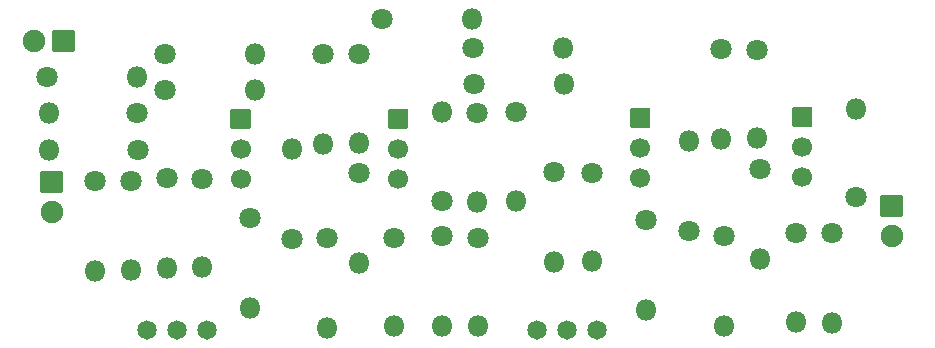
<source format=gbr>
%TF.GenerationSoftware,KiCad,Pcbnew,5.1.12*%
%TF.CreationDate,2021-12-29T22:32:17+01:00*%
%TF.ProjectId,Amplifier,416d706c-6966-4696-9572-2e6b69636164,rev?*%
%TF.SameCoordinates,Original*%
%TF.FileFunction,Soldermask,Bot*%
%TF.FilePolarity,Negative*%
%FSLAX46Y46*%
G04 Gerber Fmt 4.6, Leading zero omitted, Abs format (unit mm)*
G04 Created by KiCad (PCBNEW 5.1.12) date 2021-12-29 22:32:17*
%MOMM*%
%LPD*%
G01*
G04 APERTURE LIST*
%ADD10C,1.640000*%
%ADD11C,1.700000*%
%ADD12O,1.800000X1.800000*%
%ADD13C,1.800000*%
%ADD14O,1.900000X1.900000*%
G04 APERTURE END LIST*
D10*
%TO.C,R7*%
X117080000Y-75000000D03*
X114540000Y-75000000D03*
X112000000Y-75000000D03*
%TD*%
D11*
%TO.C,Q3*%
X153746200Y-59579000D03*
X153746200Y-62119000D03*
G36*
G01*
X152996200Y-56189000D02*
X154496200Y-56189000D01*
G75*
G02*
X154596200Y-56289000I0J-100000D01*
G01*
X154596200Y-57789000D01*
G75*
G02*
X154496200Y-57889000I-100000J0D01*
G01*
X152996200Y-57889000D01*
G75*
G02*
X152896200Y-57789000I0J100000D01*
G01*
X152896200Y-56289000D01*
G75*
G02*
X152996200Y-56189000I100000J0D01*
G01*
G37*
%TD*%
%TO.C,Q2*%
X133261100Y-59642500D03*
X133261100Y-62182500D03*
G36*
G01*
X132511100Y-56252500D02*
X134011100Y-56252500D01*
G75*
G02*
X134111100Y-56352500I0J-100000D01*
G01*
X134111100Y-57852500D01*
G75*
G02*
X134011100Y-57952500I-100000J0D01*
G01*
X132511100Y-57952500D01*
G75*
G02*
X132411100Y-57852500I0J100000D01*
G01*
X132411100Y-56352500D01*
G75*
G02*
X132511100Y-56252500I100000J0D01*
G01*
G37*
%TD*%
D12*
%TO.C,R16*%
X160591500Y-58817000D03*
D13*
X160591500Y-51197000D03*
%TD*%
%TO.C,R15*%
X157861000Y-66627500D03*
D12*
X157861000Y-59007500D03*
%TD*%
%TO.C,Q1*%
G36*
G01*
X119138000Y-56265200D02*
X120638000Y-56265200D01*
G75*
G02*
X120738000Y-56365200I0J-100000D01*
G01*
X120738000Y-57865200D01*
G75*
G02*
X120638000Y-57965200I-100000J0D01*
G01*
X119138000Y-57965200D01*
G75*
G02*
X119038000Y-57865200I0J100000D01*
G01*
X119038000Y-56365200D01*
G75*
G02*
X119138000Y-56265200I100000J0D01*
G01*
G37*
D11*
X119888000Y-62195200D03*
X119888000Y-59655200D03*
%TD*%
D13*
%TO.C,R5*%
X126847600Y-51628800D03*
D12*
X126847600Y-59248800D03*
%TD*%
%TO.C,C5*%
X129946400Y-59128800D03*
D13*
X129946400Y-51628800D03*
%TD*%
%TO.C,R3*%
X113639600Y-62144400D03*
D12*
X113639600Y-69764400D03*
%TD*%
D13*
%TO.C,R8*%
X103479600Y-53610000D03*
D12*
X111099600Y-53610000D03*
%TD*%
%TO.C,R6*%
X120650000Y-73168000D03*
D13*
X120650000Y-65548000D03*
%TD*%
D12*
%TO.C,R17*%
X154178000Y-73295000D03*
D13*
X154178000Y-65675000D03*
%TD*%
%TO.C,C7*%
X136906000Y-64074800D03*
D12*
X136906000Y-56574800D03*
%TD*%
%TO.C,C3*%
X103701200Y-59756800D03*
D13*
X111201200Y-59756800D03*
%TD*%
%TO.C,C1*%
X111150400Y-56607200D03*
D12*
X103650400Y-56607200D03*
%TD*%
D13*
%TO.C,C4*%
X116636800Y-62195200D03*
D12*
X116636800Y-69695200D03*
%TD*%
%TO.C,C6*%
X132892800Y-74673600D03*
D13*
X132892800Y-67173600D03*
%TD*%
%TO.C,C2*%
X110642400Y-62398400D03*
D12*
X110642400Y-69898400D03*
%TD*%
%TO.C,R9*%
X121107200Y-51628800D03*
D13*
X113487200Y-51628800D03*
%TD*%
D12*
%TO.C,R2*%
X121107200Y-54676800D03*
D13*
X113487200Y-54676800D03*
%TD*%
%TO.C,R10*%
X129895600Y-61738000D03*
D12*
X129895600Y-69358000D03*
%TD*%
D13*
%TO.C,R4*%
X124206000Y-67275200D03*
D12*
X124206000Y-59655200D03*
%TD*%
%TO.C,R12*%
X136906000Y-74692000D03*
D13*
X136906000Y-67072000D03*
%TD*%
%TO.C,R1*%
X107543600Y-62347600D03*
D12*
X107543600Y-69967600D03*
%TD*%
%TO.C,R11*%
X127203200Y-74793600D03*
D13*
X127203200Y-67173600D03*
%TD*%
D12*
%TO.C,C13*%
X171958000Y-56277000D03*
D13*
X171958000Y-63777000D03*
%TD*%
%TO.C,C9*%
X139903200Y-56625600D03*
D12*
X139903200Y-64125600D03*
%TD*%
D13*
%TO.C,C10*%
X149606000Y-61667500D03*
D12*
X149606000Y-69167500D03*
%TD*%
D13*
%TO.C,C12*%
X166878000Y-66802000D03*
D12*
X166878000Y-74302000D03*
%TD*%
D13*
%TO.C,C14*%
X143205200Y-56574800D03*
D12*
X143205200Y-64074800D03*
%TD*%
%TO.C,C8*%
X139954000Y-74673600D03*
D13*
X139954000Y-67173600D03*
%TD*%
%TO.C,R19*%
X131876800Y-48631600D03*
D12*
X139496800Y-48631600D03*
%TD*%
D13*
%TO.C,R20*%
X139547600Y-51120800D03*
D12*
X147167600Y-51120800D03*
%TD*%
%TO.C,R13*%
X147269200Y-54168800D03*
D13*
X139649200Y-54168800D03*
%TD*%
%TO.C,R14*%
X146431000Y-61611000D03*
D12*
X146431000Y-69231000D03*
%TD*%
%TO.C,J1*%
G36*
G01*
X102936000Y-63299200D02*
X102936000Y-61599200D01*
G75*
G02*
X103036000Y-61499200I100000J0D01*
G01*
X104736000Y-61499200D01*
G75*
G02*
X104836000Y-61599200I0J-100000D01*
G01*
X104836000Y-63299200D01*
G75*
G02*
X104736000Y-63399200I-100000J0D01*
G01*
X103036000Y-63399200D01*
G75*
G02*
X102936000Y-63299200I0J100000D01*
G01*
G37*
D14*
X103886000Y-64989200D03*
%TD*%
%TO.C,J3*%
X102362000Y-50546000D03*
G36*
G01*
X104052000Y-49596000D02*
X105752000Y-49596000D01*
G75*
G02*
X105852000Y-49696000I0J-100000D01*
G01*
X105852000Y-51396000D01*
G75*
G02*
X105752000Y-51496000I-100000J0D01*
G01*
X104052000Y-51496000D01*
G75*
G02*
X103952000Y-51396000I0J100000D01*
G01*
X103952000Y-49696000D01*
G75*
G02*
X104052000Y-49596000I100000J0D01*
G01*
G37*
%TD*%
D13*
%TO.C,C11*%
X163639500Y-51260500D03*
D12*
X163639500Y-58760500D03*
%TD*%
D11*
%TO.C,Q4*%
X167449500Y-59502800D03*
X167449500Y-62042800D03*
G36*
G01*
X166699500Y-56112800D02*
X168199500Y-56112800D01*
G75*
G02*
X168299500Y-56212800I0J-100000D01*
G01*
X168299500Y-57712800D01*
G75*
G02*
X168199500Y-57812800I-100000J0D01*
G01*
X166699500Y-57812800D01*
G75*
G02*
X166599500Y-57712800I0J100000D01*
G01*
X166599500Y-56212800D01*
G75*
G02*
X166699500Y-56112800I100000J0D01*
G01*
G37*
%TD*%
D13*
%TO.C,R22*%
X160845500Y-67008500D03*
D12*
X160845500Y-74628500D03*
%TD*%
D13*
%TO.C,R23*%
X169926000Y-66802000D03*
D12*
X169926000Y-74422000D03*
%TD*%
%TO.C,J2*%
G36*
G01*
X174056000Y-65366000D02*
X174056000Y-63666000D01*
G75*
G02*
X174156000Y-63566000I100000J0D01*
G01*
X175856000Y-63566000D01*
G75*
G02*
X175956000Y-63666000I0J-100000D01*
G01*
X175956000Y-65366000D01*
G75*
G02*
X175856000Y-65466000I-100000J0D01*
G01*
X174156000Y-65466000D01*
G75*
G02*
X174056000Y-65366000I0J100000D01*
G01*
G37*
D14*
X175006000Y-67056000D03*
%TD*%
D13*
%TO.C,R21*%
X163830000Y-61357000D03*
D12*
X163830000Y-68977000D03*
%TD*%
D10*
%TO.C,R18*%
X145000000Y-75000000D03*
X147540000Y-75000000D03*
X150080000Y-75000000D03*
%TD*%
M02*

</source>
